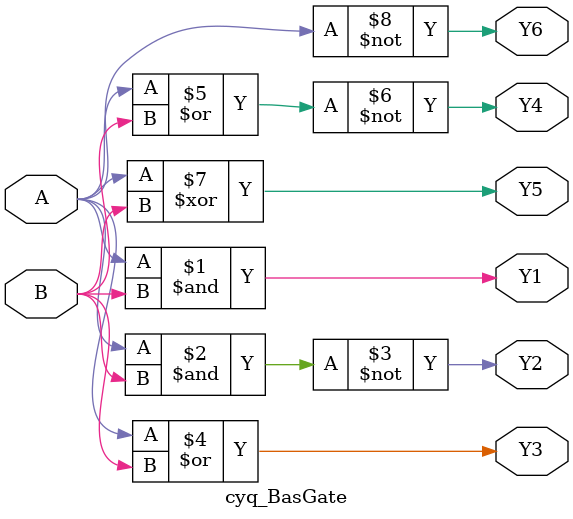
<source format=v>
module cyq_BasGate(A, B, Y1, Y2, Y3, Y4, Y5, Y6);
    input A, B;
    output Y1, Y2, Y3, Y4, Y5, Y6;
    assign Y1=A&B;
    assign Y2=~(A&B);
    assign Y3=A|B;
    assign Y4=~(A|B);
    assign Y5=A^B;
    assign Y6=~A;
endmodule
</source>
